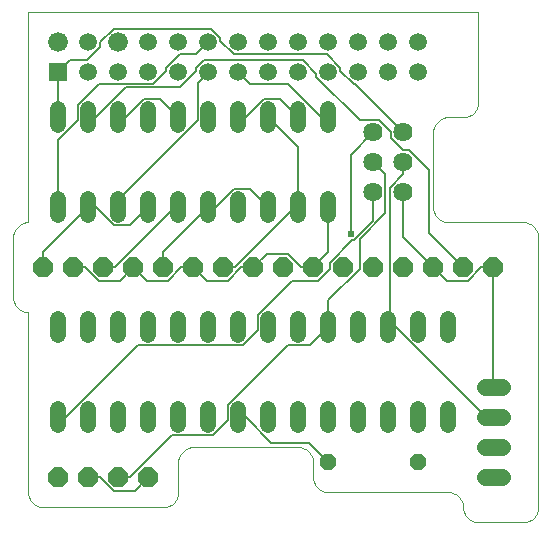
<source format=gtl>
G75*
%MOIN*%
%OFA0B0*%
%FSLAX24Y24*%
%IPPOS*%
%LPD*%
%AMOC8*
5,1,8,0,0,1.08239X$1,22.5*
%
%ADD10C,0.0000*%
%ADD11C,0.0520*%
%ADD12C,0.0640*%
%ADD13C,0.0560*%
%ADD14OC8,0.0660*%
%ADD15R,0.0594X0.0594*%
%ADD16C,0.0660*%
%ADD17C,0.0594*%
%ADD18OC8,0.0520*%
%ADD19C,0.0050*%
%ADD20C,0.0240*%
D10*
X006460Y006058D02*
X010460Y006058D01*
X010504Y006060D01*
X010547Y006066D01*
X010589Y006075D01*
X010631Y006088D01*
X010671Y006105D01*
X010710Y006125D01*
X010747Y006148D01*
X010781Y006175D01*
X010814Y006204D01*
X010843Y006237D01*
X010870Y006271D01*
X010893Y006308D01*
X010913Y006347D01*
X010930Y006387D01*
X010943Y006429D01*
X010952Y006471D01*
X010958Y006514D01*
X010960Y006558D01*
X010960Y007558D01*
X010962Y007602D01*
X010968Y007645D01*
X010977Y007687D01*
X010990Y007729D01*
X011007Y007769D01*
X011027Y007808D01*
X011050Y007845D01*
X011077Y007879D01*
X011106Y007912D01*
X011139Y007941D01*
X011173Y007968D01*
X011210Y007991D01*
X011249Y008011D01*
X011289Y008028D01*
X011331Y008041D01*
X011373Y008050D01*
X011416Y008056D01*
X011460Y008058D01*
X014960Y008058D01*
X015004Y008056D01*
X015047Y008050D01*
X015089Y008041D01*
X015131Y008028D01*
X015171Y008011D01*
X015210Y007991D01*
X015247Y007968D01*
X015281Y007941D01*
X015314Y007912D01*
X015343Y007879D01*
X015370Y007845D01*
X015393Y007808D01*
X015413Y007769D01*
X015430Y007729D01*
X015443Y007687D01*
X015452Y007645D01*
X015458Y007602D01*
X015460Y007558D01*
X015460Y007058D01*
X015462Y007014D01*
X015468Y006971D01*
X015477Y006929D01*
X015490Y006887D01*
X015507Y006847D01*
X015527Y006808D01*
X015550Y006771D01*
X015577Y006737D01*
X015606Y006704D01*
X015639Y006675D01*
X015673Y006648D01*
X015710Y006625D01*
X015749Y006605D01*
X015789Y006588D01*
X015831Y006575D01*
X015873Y006566D01*
X015916Y006560D01*
X015960Y006558D01*
X019960Y006558D01*
X020004Y006556D01*
X020047Y006550D01*
X020089Y006541D01*
X020131Y006528D01*
X020171Y006511D01*
X020210Y006491D01*
X020247Y006468D01*
X020281Y006441D01*
X020314Y006412D01*
X020343Y006379D01*
X020370Y006345D01*
X020393Y006308D01*
X020413Y006269D01*
X020430Y006229D01*
X020443Y006187D01*
X020452Y006145D01*
X020458Y006102D01*
X020460Y006058D01*
X020462Y006014D01*
X020468Y005971D01*
X020477Y005929D01*
X020490Y005887D01*
X020507Y005847D01*
X020527Y005808D01*
X020550Y005771D01*
X020577Y005737D01*
X020606Y005704D01*
X020639Y005675D01*
X020673Y005648D01*
X020710Y005625D01*
X020749Y005605D01*
X020789Y005588D01*
X020831Y005575D01*
X020873Y005566D01*
X020916Y005560D01*
X020960Y005558D01*
X022460Y005558D01*
X022504Y005560D01*
X022547Y005566D01*
X022589Y005575D01*
X022631Y005588D01*
X022671Y005605D01*
X022710Y005625D01*
X022747Y005648D01*
X022781Y005675D01*
X022814Y005704D01*
X022843Y005737D01*
X022870Y005771D01*
X022893Y005808D01*
X022913Y005847D01*
X022930Y005887D01*
X022943Y005929D01*
X022952Y005971D01*
X022958Y006014D01*
X022960Y006058D01*
X022960Y015058D01*
X022958Y015102D01*
X022952Y015145D01*
X022943Y015187D01*
X022930Y015229D01*
X022913Y015269D01*
X022893Y015308D01*
X022870Y015345D01*
X022843Y015379D01*
X022814Y015412D01*
X022781Y015441D01*
X022747Y015468D01*
X022710Y015491D01*
X022671Y015511D01*
X022631Y015528D01*
X022589Y015541D01*
X022547Y015550D01*
X022504Y015556D01*
X022460Y015558D01*
X019960Y015558D01*
X019916Y015560D01*
X019873Y015566D01*
X019831Y015575D01*
X019789Y015588D01*
X019749Y015605D01*
X019710Y015625D01*
X019673Y015648D01*
X019639Y015675D01*
X019606Y015704D01*
X019577Y015737D01*
X019550Y015771D01*
X019527Y015808D01*
X019507Y015847D01*
X019490Y015887D01*
X019477Y015929D01*
X019468Y015971D01*
X019462Y016014D01*
X019460Y016058D01*
X019460Y018558D01*
X019462Y018602D01*
X019468Y018645D01*
X019477Y018687D01*
X019490Y018729D01*
X019507Y018769D01*
X019527Y018808D01*
X019550Y018845D01*
X019577Y018879D01*
X019606Y018912D01*
X019639Y018941D01*
X019673Y018968D01*
X019710Y018991D01*
X019749Y019011D01*
X019789Y019028D01*
X019831Y019041D01*
X019873Y019050D01*
X019916Y019056D01*
X019960Y019058D01*
X020460Y019058D01*
X020504Y019060D01*
X020547Y019066D01*
X020589Y019075D01*
X020631Y019088D01*
X020671Y019105D01*
X020710Y019125D01*
X020747Y019148D01*
X020781Y019175D01*
X020814Y019204D01*
X020843Y019237D01*
X020870Y019271D01*
X020893Y019308D01*
X020913Y019347D01*
X020930Y019387D01*
X020943Y019429D01*
X020952Y019471D01*
X020958Y019514D01*
X020960Y019558D01*
X020960Y022558D01*
X005960Y022558D01*
X005960Y015558D01*
X005916Y015556D01*
X005873Y015550D01*
X005831Y015541D01*
X005789Y015528D01*
X005749Y015511D01*
X005710Y015491D01*
X005673Y015468D01*
X005639Y015441D01*
X005606Y015412D01*
X005577Y015379D01*
X005550Y015345D01*
X005527Y015308D01*
X005507Y015269D01*
X005490Y015229D01*
X005477Y015187D01*
X005468Y015145D01*
X005462Y015102D01*
X005460Y015058D01*
X005460Y013058D01*
X005462Y013014D01*
X005468Y012971D01*
X005477Y012929D01*
X005490Y012887D01*
X005507Y012847D01*
X005527Y012808D01*
X005550Y012771D01*
X005577Y012737D01*
X005606Y012704D01*
X005639Y012675D01*
X005673Y012648D01*
X005710Y012625D01*
X005749Y012605D01*
X005789Y012588D01*
X005831Y012575D01*
X005873Y012566D01*
X005916Y012560D01*
X005960Y012558D01*
X005960Y006558D01*
X005962Y006514D01*
X005968Y006471D01*
X005977Y006429D01*
X005990Y006387D01*
X006007Y006347D01*
X006027Y006308D01*
X006050Y006271D01*
X006077Y006237D01*
X006106Y006204D01*
X006139Y006175D01*
X006173Y006148D01*
X006210Y006125D01*
X006249Y006105D01*
X006289Y006088D01*
X006331Y006075D01*
X006373Y006066D01*
X006416Y006060D01*
X006460Y006058D01*
D11*
X006960Y008798D02*
X006960Y009318D01*
X007960Y009318D02*
X007960Y008798D01*
X008960Y008798D02*
X008960Y009318D01*
X009960Y009318D02*
X009960Y008798D01*
X010960Y008798D02*
X010960Y009318D01*
X011960Y009318D02*
X011960Y008798D01*
X012960Y008798D02*
X012960Y009318D01*
X013960Y009318D02*
X013960Y008798D01*
X014960Y008798D02*
X014960Y009318D01*
X015960Y009318D02*
X015960Y008798D01*
X016960Y008798D02*
X016960Y009318D01*
X017960Y009318D02*
X017960Y008798D01*
X018960Y008798D02*
X018960Y009318D01*
X019960Y009318D02*
X019960Y008798D01*
X019960Y011798D02*
X019960Y012318D01*
X018960Y012318D02*
X018960Y011798D01*
X017960Y011798D02*
X017960Y012318D01*
X016960Y012318D02*
X016960Y011798D01*
X015960Y011798D02*
X015960Y012318D01*
X014960Y012318D02*
X014960Y011798D01*
X013960Y011798D02*
X013960Y012318D01*
X012960Y012318D02*
X012960Y011798D01*
X011960Y011798D02*
X011960Y012318D01*
X010960Y012318D02*
X010960Y011798D01*
X009960Y011798D02*
X009960Y012318D01*
X008960Y012318D02*
X008960Y011798D01*
X007960Y011798D02*
X007960Y012318D01*
X006960Y012318D02*
X006960Y011798D01*
X006960Y015798D02*
X006960Y016318D01*
X007960Y016318D02*
X007960Y015798D01*
X008960Y015798D02*
X008960Y016318D01*
X009960Y016318D02*
X009960Y015798D01*
X010960Y015798D02*
X010960Y016318D01*
X011960Y016318D02*
X011960Y015798D01*
X012960Y015798D02*
X012960Y016318D01*
X013960Y016318D02*
X013960Y015798D01*
X014960Y015798D02*
X014960Y016318D01*
X015960Y016318D02*
X015960Y015798D01*
X015960Y018798D02*
X015960Y019318D01*
X014960Y019318D02*
X014960Y018798D01*
X013960Y018798D02*
X013960Y019318D01*
X012960Y019318D02*
X012960Y018798D01*
X011960Y018798D02*
X011960Y019318D01*
X010960Y019318D02*
X010960Y018798D01*
X009960Y018798D02*
X009960Y019318D01*
X008960Y019318D02*
X008960Y018798D01*
X007960Y018798D02*
X007960Y019318D01*
X006960Y019318D02*
X006960Y018798D01*
D12*
X017460Y018558D03*
X018460Y018558D03*
X018460Y017558D03*
X017460Y017558D03*
X017460Y016558D03*
X018460Y016558D03*
D13*
X021180Y010058D02*
X021740Y010058D01*
X021740Y009058D02*
X021180Y009058D01*
X021180Y008058D02*
X021740Y008058D01*
X021740Y007058D02*
X021180Y007058D01*
D14*
X009960Y007058D03*
X008960Y007058D03*
X007960Y007058D03*
X006960Y007058D03*
X006460Y014058D03*
X007460Y014058D03*
X008460Y014058D03*
X009460Y014058D03*
X010460Y014058D03*
X011460Y014058D03*
X012460Y014058D03*
X013460Y014058D03*
X014460Y014058D03*
X015460Y014058D03*
X016460Y014058D03*
X017460Y014058D03*
X018460Y014058D03*
X019460Y014058D03*
X020460Y014058D03*
X021460Y014058D03*
D15*
X006960Y020558D03*
D16*
X006960Y021558D03*
X008960Y021558D03*
D17*
X009960Y021558D03*
X010960Y021558D03*
X011960Y021558D03*
X012960Y021558D03*
X013960Y021558D03*
X014960Y021558D03*
X015960Y021558D03*
X016960Y021558D03*
X017960Y021558D03*
X018960Y021558D03*
X018960Y020558D03*
X017960Y020558D03*
X016960Y020558D03*
X015960Y020558D03*
X014960Y020558D03*
X013960Y020558D03*
X012960Y020558D03*
X011960Y020558D03*
X010960Y020558D03*
X009960Y020558D03*
X008960Y020558D03*
X007960Y020558D03*
X007960Y021558D03*
D18*
X015960Y007558D03*
X018960Y007558D03*
D19*
X021210Y009058D02*
X021460Y009058D01*
X021210Y009058D02*
X018210Y012058D01*
X018010Y012058D01*
X017960Y012058D01*
X018010Y012058D02*
X018010Y016708D01*
X018460Y017158D01*
X018460Y017558D01*
X018460Y017958D02*
X018660Y017958D01*
X019310Y017308D01*
X019310Y015208D01*
X020460Y014058D01*
X020610Y013608D02*
X019910Y013608D01*
X019460Y014058D01*
X018460Y015058D01*
X018460Y016558D01*
X017860Y017158D02*
X017860Y015858D01*
X017010Y015008D01*
X017010Y014008D01*
X015960Y012958D01*
X015960Y012058D01*
X015360Y011458D01*
X014610Y011458D01*
X012610Y009458D01*
X012610Y008958D01*
X012110Y008458D01*
X010760Y008458D01*
X009360Y007058D01*
X008960Y007058D01*
X008810Y006608D02*
X009510Y006608D01*
X009960Y007058D01*
X008810Y006608D02*
X008360Y007058D01*
X007960Y007058D01*
X007210Y009058D02*
X009610Y011458D01*
X013110Y011458D01*
X013610Y011958D01*
X013610Y012458D01*
X014760Y013608D01*
X015610Y013608D01*
X016010Y014008D01*
X016010Y014208D01*
X016760Y014958D01*
X016810Y014958D01*
X017460Y015608D01*
X017460Y016558D01*
X017860Y017158D02*
X017460Y017558D01*
X016710Y017808D02*
X017460Y018558D01*
X017660Y018958D02*
X017010Y018958D01*
X015560Y020408D01*
X015560Y020508D01*
X015110Y020958D01*
X011810Y020958D01*
X011560Y020708D01*
X011560Y020608D01*
X011010Y020058D01*
X009210Y020058D01*
X008210Y019058D01*
X007960Y019058D01*
X007610Y018958D02*
X007610Y019458D01*
X008310Y020158D01*
X010110Y020158D01*
X010560Y020608D01*
X010560Y020708D01*
X011010Y021158D01*
X011560Y021158D01*
X011960Y021558D01*
X012360Y021608D02*
X012360Y021708D01*
X012060Y022008D01*
X008810Y022008D01*
X008360Y021558D01*
X008360Y021408D01*
X007910Y020958D01*
X007360Y020958D01*
X006960Y020558D01*
X006960Y019058D01*
X007610Y018958D02*
X006960Y018308D01*
X006960Y016058D01*
X007960Y016058D02*
X006460Y014558D01*
X006460Y014058D01*
X007460Y014058D02*
X007860Y014058D01*
X008310Y013608D01*
X009010Y013608D01*
X009460Y014058D01*
X009910Y013608D01*
X010610Y013608D01*
X011060Y014058D01*
X011460Y014058D01*
X011910Y013608D01*
X012610Y013608D01*
X013060Y014058D01*
X013460Y014058D01*
X013910Y014508D01*
X014610Y014508D01*
X015060Y014058D01*
X015460Y014058D01*
X015960Y014558D01*
X015960Y016058D01*
X014960Y016058D02*
X014960Y016158D01*
X012860Y014058D01*
X012460Y014058D01*
X010460Y014058D02*
X010460Y014558D01*
X011960Y016058D01*
X012210Y016058D01*
X012810Y016658D01*
X013360Y016658D01*
X013960Y016058D01*
X014960Y016158D02*
X014960Y018058D01*
X013960Y019058D01*
X013810Y019658D02*
X013210Y019058D01*
X012960Y019058D01*
X013810Y019658D02*
X014360Y019658D01*
X014960Y019058D01*
X015710Y019058D02*
X014610Y020158D01*
X013360Y020158D01*
X012960Y020558D01*
X012810Y021158D02*
X012360Y021608D01*
X012810Y021158D02*
X015910Y021158D01*
X016360Y020708D01*
X016360Y020608D01*
X016810Y020158D01*
X016860Y020158D01*
X018460Y018558D01*
X018060Y018558D02*
X018060Y018358D01*
X018460Y017958D01*
X018060Y018558D02*
X017660Y018958D01*
X015960Y019058D02*
X015710Y019058D01*
X016710Y017808D02*
X016710Y015158D01*
X020610Y013608D02*
X021060Y014058D01*
X021460Y014058D01*
X021460Y010058D01*
X015960Y007558D02*
X015310Y008208D01*
X014060Y008208D01*
X013210Y009058D01*
X012960Y009058D01*
X007210Y009058D02*
X006960Y009058D01*
X008460Y014058D02*
X008860Y014058D01*
X010860Y016058D01*
X010960Y016058D01*
X009960Y016058D02*
X009360Y015458D01*
X008810Y015458D01*
X008210Y016058D01*
X007960Y016058D01*
X008960Y016058D02*
X008960Y016308D01*
X011610Y018958D01*
X011610Y020208D01*
X011960Y020558D01*
X010960Y019058D02*
X010360Y019658D01*
X009810Y019658D01*
X009210Y019058D01*
X008960Y019058D01*
D20*
X016710Y015158D03*
M02*

</source>
